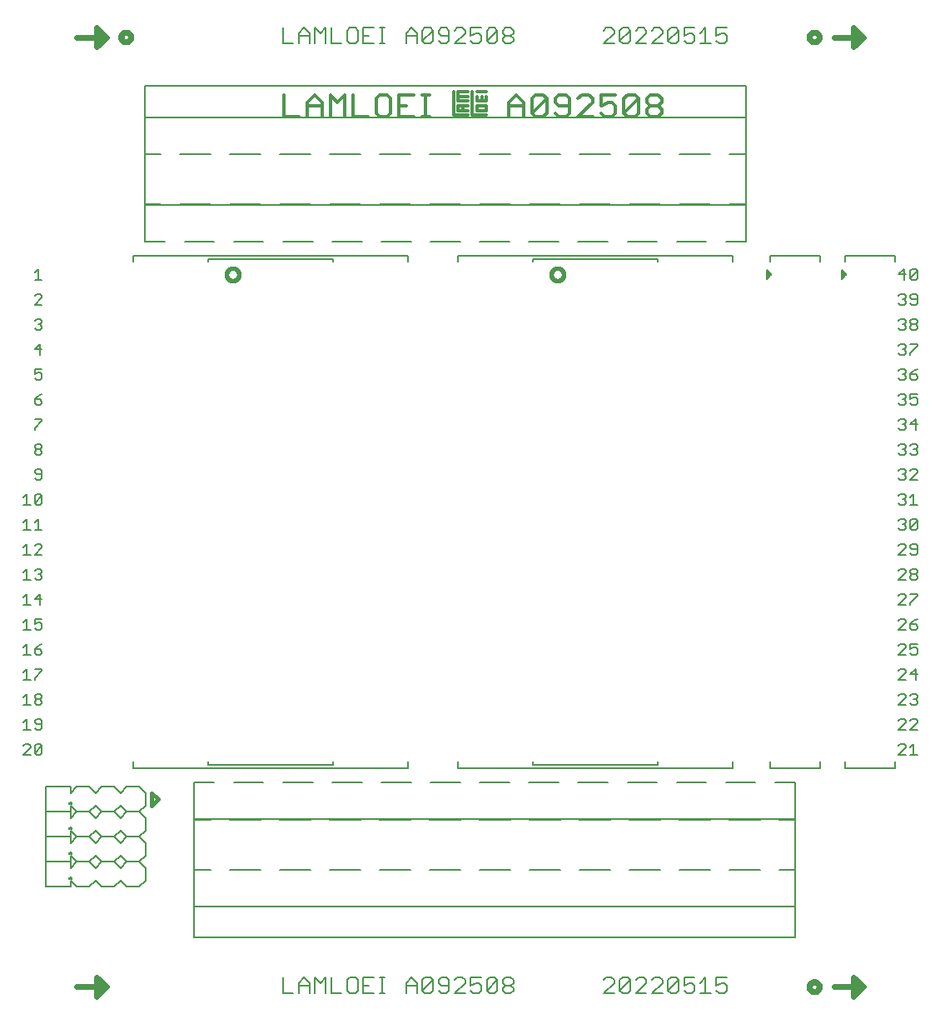
<source format=gto>
G75*
%MOIN*%
%OFA0B0*%
%FSLAX25Y25*%
%IPPOS*%
%LPD*%
%AMOC8*
5,1,8,0,0,1.08239X$1,22.5*
%
%ADD10C,0.01200*%
%ADD11C,0.00600*%
%ADD12C,0.00700*%
%ADD13C,0.02400*%
%ADD14C,0.01600*%
%ADD15C,0.00500*%
%ADD16C,0.00787*%
%ADD17C,0.00800*%
D10*
X0108725Y0356750D02*
X0114596Y0356750D01*
X0117932Y0356750D02*
X0117932Y0362622D01*
X0120868Y0365558D01*
X0123804Y0362622D01*
X0123804Y0356750D01*
X0127140Y0356750D02*
X0127140Y0365558D01*
X0130076Y0362622D01*
X0133012Y0365558D01*
X0133012Y0356750D01*
X0136348Y0356750D02*
X0142220Y0356750D01*
X0145556Y0358218D02*
X0147024Y0356750D01*
X0149960Y0356750D01*
X0151428Y0358218D01*
X0151428Y0364090D01*
X0149960Y0365558D01*
X0147024Y0365558D01*
X0145556Y0364090D01*
X0145556Y0358218D01*
X0136348Y0356750D02*
X0136348Y0365558D01*
X0123804Y0361154D02*
X0117932Y0361154D01*
X0108725Y0365558D02*
X0108725Y0356750D01*
X0154764Y0356750D02*
X0160636Y0356750D01*
X0163972Y0356750D02*
X0166908Y0356750D01*
X0165440Y0356750D02*
X0165440Y0365558D01*
X0163972Y0365558D02*
X0166908Y0365558D01*
X0160636Y0365558D02*
X0154764Y0365558D01*
X0154764Y0356750D01*
X0154764Y0361154D02*
X0157700Y0361154D01*
X0176562Y0357400D02*
X0182187Y0357400D01*
X0184062Y0357400D02*
X0189687Y0357400D01*
X0189687Y0359275D02*
X0185937Y0359275D01*
X0185937Y0361150D01*
X0189687Y0361150D01*
X0189687Y0359275D01*
X0189687Y0363025D02*
X0185937Y0363025D01*
X0185937Y0364900D01*
X0187812Y0364900D02*
X0187812Y0363650D01*
X0189687Y0363025D02*
X0189687Y0364900D01*
X0189687Y0366775D02*
X0185937Y0366775D01*
X0184062Y0366775D02*
X0184062Y0357400D01*
X0182187Y0359275D02*
X0180312Y0359275D01*
X0180312Y0361150D01*
X0182187Y0361150D01*
X0180312Y0361150D02*
X0178437Y0361150D01*
X0178437Y0359275D01*
X0180312Y0359275D01*
X0176562Y0357400D02*
X0176562Y0366775D01*
X0178437Y0366775D02*
X0182187Y0366775D01*
X0182187Y0364900D02*
X0178437Y0364900D01*
X0178437Y0366775D01*
X0178437Y0364900D02*
X0178437Y0363025D01*
X0182187Y0363025D01*
X0198725Y0362622D02*
X0198725Y0356750D01*
X0198725Y0361154D02*
X0204596Y0361154D01*
X0204596Y0362622D02*
X0204596Y0356750D01*
X0207932Y0358218D02*
X0213804Y0364090D01*
X0213804Y0358218D01*
X0212336Y0356750D01*
X0209400Y0356750D01*
X0207932Y0358218D01*
X0207932Y0364090D01*
X0209400Y0365558D01*
X0212336Y0365558D01*
X0213804Y0364090D01*
X0217140Y0364090D02*
X0218608Y0365558D01*
X0221544Y0365558D01*
X0223012Y0364090D01*
X0223012Y0358218D01*
X0221544Y0356750D01*
X0218608Y0356750D01*
X0217140Y0358218D01*
X0218608Y0361154D02*
X0223012Y0361154D01*
X0218608Y0361154D02*
X0217140Y0362622D01*
X0217140Y0364090D01*
X0226348Y0364090D02*
X0227816Y0365558D01*
X0230752Y0365558D01*
X0232220Y0364090D01*
X0232220Y0362622D01*
X0226348Y0356750D01*
X0232220Y0356750D01*
X0235556Y0358218D02*
X0237024Y0356750D01*
X0239960Y0356750D01*
X0241428Y0358218D01*
X0241428Y0361154D01*
X0239960Y0362622D01*
X0238492Y0362622D01*
X0235556Y0361154D01*
X0235556Y0365558D01*
X0241428Y0365558D01*
X0244764Y0364090D02*
X0246232Y0365558D01*
X0249168Y0365558D01*
X0250636Y0364090D01*
X0244764Y0358218D01*
X0246232Y0356750D01*
X0249168Y0356750D01*
X0250636Y0358218D01*
X0250636Y0364090D01*
X0253972Y0364090D02*
X0255440Y0365558D01*
X0258375Y0365558D01*
X0259843Y0364090D01*
X0259843Y0362622D01*
X0258375Y0361154D01*
X0255440Y0361154D01*
X0253972Y0362622D01*
X0253972Y0364090D01*
X0255440Y0361154D02*
X0253972Y0359686D01*
X0253972Y0358218D01*
X0255440Y0356750D01*
X0258375Y0356750D01*
X0259843Y0358218D01*
X0259843Y0359686D01*
X0258375Y0361154D01*
X0244764Y0358218D02*
X0244764Y0364090D01*
X0204596Y0362622D02*
X0201660Y0365558D01*
X0198725Y0362622D01*
D11*
X0354675Y0293652D02*
X0357610Y0293652D01*
X0359278Y0292184D02*
X0362214Y0295120D01*
X0362214Y0292184D01*
X0361480Y0291450D01*
X0360012Y0291450D01*
X0359278Y0292184D01*
X0359278Y0295120D01*
X0360012Y0295854D01*
X0361480Y0295854D01*
X0362214Y0295120D01*
X0356876Y0295854D02*
X0356876Y0291450D01*
X0354675Y0293652D02*
X0356876Y0295854D01*
X0356876Y0285854D02*
X0357610Y0285120D01*
X0357610Y0284386D01*
X0356876Y0283652D01*
X0357610Y0282918D01*
X0357610Y0282184D01*
X0356876Y0281450D01*
X0355408Y0281450D01*
X0354675Y0282184D01*
X0356142Y0283652D02*
X0356876Y0283652D01*
X0356876Y0285854D02*
X0355408Y0285854D01*
X0354675Y0285120D01*
X0359278Y0285120D02*
X0359278Y0284386D01*
X0360012Y0283652D01*
X0362214Y0283652D01*
X0362214Y0282184D02*
X0362214Y0285120D01*
X0361480Y0285854D01*
X0360012Y0285854D01*
X0359278Y0285120D01*
X0359278Y0282184D02*
X0360012Y0281450D01*
X0361480Y0281450D01*
X0362214Y0282184D01*
X0361480Y0275854D02*
X0362214Y0275120D01*
X0362214Y0274386D01*
X0361480Y0273652D01*
X0360012Y0273652D01*
X0359278Y0274386D01*
X0359278Y0275120D01*
X0360012Y0275854D01*
X0361480Y0275854D01*
X0361480Y0273652D02*
X0362214Y0272918D01*
X0362214Y0272184D01*
X0361480Y0271450D01*
X0360012Y0271450D01*
X0359278Y0272184D01*
X0359278Y0272918D01*
X0360012Y0273652D01*
X0357610Y0272918D02*
X0357610Y0272184D01*
X0356876Y0271450D01*
X0355408Y0271450D01*
X0354675Y0272184D01*
X0356142Y0273652D02*
X0356876Y0273652D01*
X0357610Y0272918D01*
X0356876Y0273652D02*
X0357610Y0274386D01*
X0357610Y0275120D01*
X0356876Y0275854D01*
X0355408Y0275854D01*
X0354675Y0275120D01*
X0355408Y0265854D02*
X0354675Y0265120D01*
X0355408Y0265854D02*
X0356876Y0265854D01*
X0357610Y0265120D01*
X0357610Y0264386D01*
X0356876Y0263652D01*
X0357610Y0262918D01*
X0357610Y0262184D01*
X0356876Y0261450D01*
X0355408Y0261450D01*
X0354675Y0262184D01*
X0356142Y0263652D02*
X0356876Y0263652D01*
X0359278Y0262184D02*
X0359278Y0261450D01*
X0359278Y0262184D02*
X0362214Y0265120D01*
X0362214Y0265854D01*
X0359278Y0265854D01*
X0356876Y0255854D02*
X0357610Y0255120D01*
X0357610Y0254386D01*
X0356876Y0253652D01*
X0357610Y0252918D01*
X0357610Y0252184D01*
X0356876Y0251450D01*
X0355408Y0251450D01*
X0354675Y0252184D01*
X0356142Y0253652D02*
X0356876Y0253652D01*
X0356876Y0255854D02*
X0355408Y0255854D01*
X0354675Y0255120D01*
X0359278Y0253652D02*
X0361480Y0253652D01*
X0362214Y0252918D01*
X0362214Y0252184D01*
X0361480Y0251450D01*
X0360012Y0251450D01*
X0359278Y0252184D01*
X0359278Y0253652D01*
X0360746Y0255120D01*
X0362214Y0255854D01*
X0362214Y0245854D02*
X0359278Y0245854D01*
X0359278Y0243652D01*
X0360746Y0244386D01*
X0361480Y0244386D01*
X0362214Y0243652D01*
X0362214Y0242184D01*
X0361480Y0241450D01*
X0360012Y0241450D01*
X0359278Y0242184D01*
X0357610Y0242184D02*
X0357610Y0242918D01*
X0356876Y0243652D01*
X0356142Y0243652D01*
X0356876Y0243652D02*
X0357610Y0244386D01*
X0357610Y0245120D01*
X0356876Y0245854D01*
X0355408Y0245854D01*
X0354675Y0245120D01*
X0354675Y0242184D02*
X0355408Y0241450D01*
X0356876Y0241450D01*
X0357610Y0242184D01*
X0356876Y0235854D02*
X0357610Y0235120D01*
X0357610Y0234386D01*
X0356876Y0233652D01*
X0357610Y0232918D01*
X0357610Y0232184D01*
X0356876Y0231450D01*
X0355408Y0231450D01*
X0354675Y0232184D01*
X0356142Y0233652D02*
X0356876Y0233652D01*
X0356876Y0235854D02*
X0355408Y0235854D01*
X0354675Y0235120D01*
X0359278Y0233652D02*
X0362214Y0233652D01*
X0361480Y0231450D02*
X0361480Y0235854D01*
X0359278Y0233652D01*
X0360012Y0225854D02*
X0361480Y0225854D01*
X0362214Y0225120D01*
X0362214Y0224386D01*
X0361480Y0223652D01*
X0362214Y0222918D01*
X0362214Y0222184D01*
X0361480Y0221450D01*
X0360012Y0221450D01*
X0359278Y0222184D01*
X0357610Y0222184D02*
X0357610Y0222918D01*
X0356876Y0223652D01*
X0356142Y0223652D01*
X0356876Y0223652D02*
X0357610Y0224386D01*
X0357610Y0225120D01*
X0356876Y0225854D01*
X0355408Y0225854D01*
X0354675Y0225120D01*
X0354675Y0222184D02*
X0355408Y0221450D01*
X0356876Y0221450D01*
X0357610Y0222184D01*
X0359278Y0225120D02*
X0360012Y0225854D01*
X0360746Y0223652D02*
X0361480Y0223652D01*
X0361480Y0215854D02*
X0360012Y0215854D01*
X0359278Y0215120D01*
X0357610Y0215120D02*
X0357610Y0214386D01*
X0356876Y0213652D01*
X0357610Y0212918D01*
X0357610Y0212184D01*
X0356876Y0211450D01*
X0355408Y0211450D01*
X0354675Y0212184D01*
X0356142Y0213652D02*
X0356876Y0213652D01*
X0357610Y0215120D02*
X0356876Y0215854D01*
X0355408Y0215854D01*
X0354675Y0215120D01*
X0359278Y0211450D02*
X0362214Y0214386D01*
X0362214Y0215120D01*
X0361480Y0215854D01*
X0362214Y0211450D02*
X0359278Y0211450D01*
X0360746Y0205854D02*
X0360746Y0201450D01*
X0359278Y0201450D02*
X0362214Y0201450D01*
X0359278Y0204386D02*
X0360746Y0205854D01*
X0357610Y0205120D02*
X0357610Y0204386D01*
X0356876Y0203652D01*
X0357610Y0202918D01*
X0357610Y0202184D01*
X0356876Y0201450D01*
X0355408Y0201450D01*
X0354675Y0202184D01*
X0356142Y0203652D02*
X0356876Y0203652D01*
X0357610Y0205120D02*
X0356876Y0205854D01*
X0355408Y0205854D01*
X0354675Y0205120D01*
X0355408Y0195854D02*
X0354675Y0195120D01*
X0355408Y0195854D02*
X0356876Y0195854D01*
X0357610Y0195120D01*
X0357610Y0194386D01*
X0356876Y0193652D01*
X0357610Y0192918D01*
X0357610Y0192184D01*
X0356876Y0191450D01*
X0355408Y0191450D01*
X0354675Y0192184D01*
X0356142Y0193652D02*
X0356876Y0193652D01*
X0359278Y0192184D02*
X0362214Y0195120D01*
X0362214Y0192184D01*
X0361480Y0191450D01*
X0360012Y0191450D01*
X0359278Y0192184D01*
X0359278Y0195120D01*
X0360012Y0195854D01*
X0361480Y0195854D01*
X0362214Y0195120D01*
X0361480Y0185854D02*
X0360012Y0185854D01*
X0359278Y0185120D01*
X0359278Y0184386D01*
X0360012Y0183652D01*
X0362214Y0183652D01*
X0362214Y0182184D02*
X0362214Y0185120D01*
X0361480Y0185854D01*
X0362214Y0182184D02*
X0361480Y0181450D01*
X0360012Y0181450D01*
X0359278Y0182184D01*
X0357610Y0181450D02*
X0354675Y0181450D01*
X0357610Y0184386D01*
X0357610Y0185120D01*
X0356876Y0185854D01*
X0355408Y0185854D01*
X0354675Y0185120D01*
X0355408Y0175854D02*
X0354675Y0175120D01*
X0355408Y0175854D02*
X0356876Y0175854D01*
X0357610Y0175120D01*
X0357610Y0174386D01*
X0354675Y0171450D01*
X0357610Y0171450D01*
X0359278Y0172184D02*
X0359278Y0172918D01*
X0360012Y0173652D01*
X0361480Y0173652D01*
X0362214Y0172918D01*
X0362214Y0172184D01*
X0361480Y0171450D01*
X0360012Y0171450D01*
X0359278Y0172184D01*
X0360012Y0173652D02*
X0359278Y0174386D01*
X0359278Y0175120D01*
X0360012Y0175854D01*
X0361480Y0175854D01*
X0362214Y0175120D01*
X0362214Y0174386D01*
X0361480Y0173652D01*
X0362214Y0165854D02*
X0362214Y0165120D01*
X0359278Y0162184D01*
X0359278Y0161450D01*
X0357610Y0161450D02*
X0354675Y0161450D01*
X0357610Y0164386D01*
X0357610Y0165120D01*
X0356876Y0165854D01*
X0355408Y0165854D01*
X0354675Y0165120D01*
X0359278Y0165854D02*
X0362214Y0165854D01*
X0362214Y0155854D02*
X0360746Y0155120D01*
X0359278Y0153652D01*
X0361480Y0153652D01*
X0362214Y0152918D01*
X0362214Y0152184D01*
X0361480Y0151450D01*
X0360012Y0151450D01*
X0359278Y0152184D01*
X0359278Y0153652D01*
X0357610Y0154386D02*
X0357610Y0155120D01*
X0356876Y0155854D01*
X0355408Y0155854D01*
X0354675Y0155120D01*
X0357610Y0154386D02*
X0354675Y0151450D01*
X0357610Y0151450D01*
X0356876Y0145854D02*
X0355408Y0145854D01*
X0354675Y0145120D01*
X0356876Y0145854D02*
X0357610Y0145120D01*
X0357610Y0144386D01*
X0354675Y0141450D01*
X0357610Y0141450D01*
X0359278Y0142184D02*
X0360012Y0141450D01*
X0361480Y0141450D01*
X0362214Y0142184D01*
X0362214Y0143652D01*
X0361480Y0144386D01*
X0360746Y0144386D01*
X0359278Y0143652D01*
X0359278Y0145854D01*
X0362214Y0145854D01*
X0361480Y0135854D02*
X0359278Y0133652D01*
X0362214Y0133652D01*
X0361480Y0131450D02*
X0361480Y0135854D01*
X0357610Y0135120D02*
X0357610Y0134386D01*
X0354675Y0131450D01*
X0357610Y0131450D01*
X0357610Y0135120D02*
X0356876Y0135854D01*
X0355408Y0135854D01*
X0354675Y0135120D01*
X0355408Y0125854D02*
X0354675Y0125120D01*
X0355408Y0125854D02*
X0356876Y0125854D01*
X0357610Y0125120D01*
X0357610Y0124386D01*
X0354675Y0121450D01*
X0357610Y0121450D01*
X0359278Y0122184D02*
X0360012Y0121450D01*
X0361480Y0121450D01*
X0362214Y0122184D01*
X0362214Y0122918D01*
X0361480Y0123652D01*
X0360746Y0123652D01*
X0361480Y0123652D02*
X0362214Y0124386D01*
X0362214Y0125120D01*
X0361480Y0125854D01*
X0360012Y0125854D01*
X0359278Y0125120D01*
X0360012Y0115854D02*
X0359278Y0115120D01*
X0360012Y0115854D02*
X0361480Y0115854D01*
X0362214Y0115120D01*
X0362214Y0114386D01*
X0359278Y0111450D01*
X0362214Y0111450D01*
X0357610Y0111450D02*
X0354675Y0111450D01*
X0357610Y0114386D01*
X0357610Y0115120D01*
X0356876Y0115854D01*
X0355408Y0115854D01*
X0354675Y0115120D01*
X0355408Y0105854D02*
X0354675Y0105120D01*
X0355408Y0105854D02*
X0356876Y0105854D01*
X0357610Y0105120D01*
X0357610Y0104386D01*
X0354675Y0101450D01*
X0357610Y0101450D01*
X0359278Y0101450D02*
X0362214Y0101450D01*
X0360746Y0101450D02*
X0360746Y0105854D01*
X0359278Y0104386D01*
X0011756Y0105120D02*
X0011756Y0102184D01*
X0011022Y0101450D01*
X0009555Y0101450D01*
X0008821Y0102184D01*
X0011756Y0105120D01*
X0011022Y0105854D01*
X0009555Y0105854D01*
X0008821Y0105120D01*
X0008821Y0102184D01*
X0007152Y0101450D02*
X0004217Y0101450D01*
X0007152Y0104386D01*
X0007152Y0105120D01*
X0006419Y0105854D01*
X0004951Y0105854D01*
X0004217Y0105120D01*
X0004217Y0111450D02*
X0007152Y0111450D01*
X0005685Y0111450D02*
X0005685Y0115854D01*
X0004217Y0114386D01*
X0008821Y0114386D02*
X0009555Y0113652D01*
X0011756Y0113652D01*
X0011756Y0112184D02*
X0011756Y0115120D01*
X0011022Y0115854D01*
X0009555Y0115854D01*
X0008821Y0115120D01*
X0008821Y0114386D01*
X0008821Y0112184D02*
X0009555Y0111450D01*
X0011022Y0111450D01*
X0011756Y0112184D01*
X0011022Y0121450D02*
X0009555Y0121450D01*
X0008821Y0122184D01*
X0008821Y0122918D01*
X0009555Y0123652D01*
X0011022Y0123652D01*
X0011756Y0122918D01*
X0011756Y0122184D01*
X0011022Y0121450D01*
X0011022Y0123652D02*
X0011756Y0124386D01*
X0011756Y0125120D01*
X0011022Y0125854D01*
X0009555Y0125854D01*
X0008821Y0125120D01*
X0008821Y0124386D01*
X0009555Y0123652D01*
X0007152Y0121450D02*
X0004217Y0121450D01*
X0005685Y0121450D02*
X0005685Y0125854D01*
X0004217Y0124386D01*
X0004217Y0131450D02*
X0007152Y0131450D01*
X0005685Y0131450D02*
X0005685Y0135854D01*
X0004217Y0134386D01*
X0008821Y0135854D02*
X0011756Y0135854D01*
X0011756Y0135120D01*
X0008821Y0132184D01*
X0008821Y0131450D01*
X0009555Y0141450D02*
X0011022Y0141450D01*
X0011756Y0142184D01*
X0011756Y0142918D01*
X0011022Y0143652D01*
X0008821Y0143652D01*
X0008821Y0142184D01*
X0009555Y0141450D01*
X0008821Y0143652D02*
X0010288Y0145120D01*
X0011756Y0145854D01*
X0011022Y0151450D02*
X0009555Y0151450D01*
X0008821Y0152184D01*
X0008821Y0153652D02*
X0010288Y0154386D01*
X0011022Y0154386D01*
X0011756Y0153652D01*
X0011756Y0152184D01*
X0011022Y0151450D01*
X0008821Y0153652D02*
X0008821Y0155854D01*
X0011756Y0155854D01*
X0011022Y0161450D02*
X0011022Y0165854D01*
X0008821Y0163652D01*
X0011756Y0163652D01*
X0007152Y0161450D02*
X0004217Y0161450D01*
X0005685Y0161450D02*
X0005685Y0165854D01*
X0004217Y0164386D01*
X0004217Y0171450D02*
X0007152Y0171450D01*
X0005685Y0171450D02*
X0005685Y0175854D01*
X0004217Y0174386D01*
X0008821Y0175120D02*
X0009555Y0175854D01*
X0011022Y0175854D01*
X0011756Y0175120D01*
X0011756Y0174386D01*
X0011022Y0173652D01*
X0011756Y0172918D01*
X0011756Y0172184D01*
X0011022Y0171450D01*
X0009555Y0171450D01*
X0008821Y0172184D01*
X0010288Y0173652D02*
X0011022Y0173652D01*
X0011756Y0181450D02*
X0008821Y0181450D01*
X0011756Y0184386D01*
X0011756Y0185120D01*
X0011022Y0185854D01*
X0009555Y0185854D01*
X0008821Y0185120D01*
X0005685Y0185854D02*
X0005685Y0181450D01*
X0007152Y0181450D02*
X0004217Y0181450D01*
X0004217Y0184386D02*
X0005685Y0185854D01*
X0005685Y0191450D02*
X0005685Y0195854D01*
X0004217Y0194386D01*
X0004217Y0191450D02*
X0007152Y0191450D01*
X0008821Y0191450D02*
X0011756Y0191450D01*
X0010288Y0191450D02*
X0010288Y0195854D01*
X0008821Y0194386D01*
X0009555Y0201450D02*
X0008821Y0202184D01*
X0011756Y0205120D01*
X0011756Y0202184D01*
X0011022Y0201450D01*
X0009555Y0201450D01*
X0008821Y0202184D02*
X0008821Y0205120D01*
X0009555Y0205854D01*
X0011022Y0205854D01*
X0011756Y0205120D01*
X0007152Y0201450D02*
X0004217Y0201450D01*
X0005685Y0201450D02*
X0005685Y0205854D01*
X0004217Y0204386D01*
X0009555Y0211450D02*
X0011022Y0211450D01*
X0011756Y0212184D01*
X0011756Y0215120D01*
X0011022Y0215854D01*
X0009555Y0215854D01*
X0008821Y0215120D01*
X0008821Y0214386D01*
X0009555Y0213652D01*
X0011756Y0213652D01*
X0009555Y0211450D02*
X0008821Y0212184D01*
X0009555Y0221450D02*
X0008821Y0222184D01*
X0008821Y0222918D01*
X0009555Y0223652D01*
X0011022Y0223652D01*
X0011756Y0222918D01*
X0011756Y0222184D01*
X0011022Y0221450D01*
X0009555Y0221450D01*
X0009555Y0223652D02*
X0008821Y0224386D01*
X0008821Y0225120D01*
X0009555Y0225854D01*
X0011022Y0225854D01*
X0011756Y0225120D01*
X0011756Y0224386D01*
X0011022Y0223652D01*
X0008821Y0231450D02*
X0008821Y0232184D01*
X0011756Y0235120D01*
X0011756Y0235854D01*
X0008821Y0235854D01*
X0009555Y0241450D02*
X0011022Y0241450D01*
X0011756Y0242184D01*
X0011756Y0242918D01*
X0011022Y0243652D01*
X0008821Y0243652D01*
X0008821Y0242184D01*
X0009555Y0241450D01*
X0008821Y0243652D02*
X0010289Y0245120D01*
X0011756Y0245854D01*
X0011022Y0251450D02*
X0009555Y0251450D01*
X0008821Y0252184D01*
X0008821Y0253652D02*
X0010289Y0254386D01*
X0011022Y0254386D01*
X0011756Y0253652D01*
X0011756Y0252184D01*
X0011022Y0251450D01*
X0008821Y0253652D02*
X0008821Y0255854D01*
X0011756Y0255854D01*
X0011022Y0261450D02*
X0011022Y0265854D01*
X0008821Y0263652D01*
X0011756Y0263652D01*
X0011022Y0271450D02*
X0009555Y0271450D01*
X0008821Y0272184D01*
X0010289Y0273652D02*
X0011022Y0273652D01*
X0011756Y0272918D01*
X0011756Y0272184D01*
X0011022Y0271450D01*
X0011022Y0273652D02*
X0011756Y0274386D01*
X0011756Y0275120D01*
X0011022Y0275854D01*
X0009555Y0275854D01*
X0008821Y0275120D01*
X0008821Y0281450D02*
X0011756Y0284386D01*
X0011756Y0285120D01*
X0011022Y0285854D01*
X0009555Y0285854D01*
X0008821Y0285120D01*
X0008821Y0281450D02*
X0011756Y0281450D01*
X0011756Y0291450D02*
X0008821Y0291450D01*
X0010289Y0291450D02*
X0010289Y0295854D01*
X0008821Y0294386D01*
X0005685Y0155854D02*
X0005685Y0151450D01*
X0007152Y0151450D02*
X0004217Y0151450D01*
X0004217Y0154386D02*
X0005685Y0155854D01*
X0005685Y0145854D02*
X0005685Y0141450D01*
X0007152Y0141450D02*
X0004217Y0141450D01*
X0004217Y0144386D02*
X0005685Y0145854D01*
D12*
X0108199Y0012392D02*
X0108199Y0006087D01*
X0112403Y0006087D01*
X0114644Y0006087D02*
X0114644Y0010291D01*
X0116746Y0012392D01*
X0118848Y0010291D01*
X0118848Y0006087D01*
X0121090Y0006087D02*
X0121090Y0012392D01*
X0123192Y0010291D01*
X0125294Y0012392D01*
X0125294Y0006087D01*
X0127535Y0006087D02*
X0131739Y0006087D01*
X0133981Y0007138D02*
X0133981Y0011341D01*
X0135032Y0012392D01*
X0137134Y0012392D01*
X0138185Y0011341D01*
X0138185Y0007138D01*
X0137134Y0006087D01*
X0135032Y0006087D01*
X0133981Y0007138D01*
X0140426Y0006087D02*
X0140426Y0012392D01*
X0144630Y0012392D01*
X0146872Y0012392D02*
X0148974Y0012392D01*
X0147923Y0012392D02*
X0147923Y0006087D01*
X0146872Y0006087D02*
X0148974Y0006087D01*
X0144630Y0006087D02*
X0140426Y0006087D01*
X0140426Y0009240D02*
X0142528Y0009240D01*
X0127535Y0012392D02*
X0127535Y0006087D01*
X0118848Y0009240D02*
X0114644Y0009240D01*
X0157614Y0009240D02*
X0161818Y0009240D01*
X0161818Y0010291D02*
X0161818Y0006087D01*
X0164060Y0007138D02*
X0168263Y0011341D01*
X0168263Y0007138D01*
X0167213Y0006087D01*
X0165111Y0006087D01*
X0164060Y0007138D01*
X0164060Y0011341D01*
X0165111Y0012392D01*
X0167213Y0012392D01*
X0168263Y0011341D01*
X0170505Y0011341D02*
X0171556Y0012392D01*
X0173658Y0012392D01*
X0174709Y0011341D01*
X0174709Y0007138D01*
X0173658Y0006087D01*
X0171556Y0006087D01*
X0170505Y0007138D01*
X0171556Y0009240D02*
X0174709Y0009240D01*
X0176951Y0011341D02*
X0178002Y0012392D01*
X0180104Y0012392D01*
X0181154Y0011341D01*
X0181154Y0010291D01*
X0176951Y0006087D01*
X0181154Y0006087D01*
X0183396Y0007138D02*
X0184447Y0006087D01*
X0186549Y0006087D01*
X0187600Y0007138D01*
X0187600Y0009240D01*
X0186549Y0010291D01*
X0185498Y0010291D01*
X0183396Y0009240D01*
X0183396Y0012392D01*
X0187600Y0012392D01*
X0189842Y0011341D02*
X0190893Y0012392D01*
X0192995Y0012392D01*
X0194045Y0011341D01*
X0189842Y0007138D01*
X0190893Y0006087D01*
X0192995Y0006087D01*
X0194045Y0007138D01*
X0194045Y0011341D01*
X0196287Y0011341D02*
X0197338Y0012392D01*
X0199440Y0012392D01*
X0200491Y0011341D01*
X0200491Y0010291D01*
X0199440Y0009240D01*
X0197338Y0009240D01*
X0196287Y0010291D01*
X0196287Y0011341D01*
X0197338Y0009240D02*
X0196287Y0008189D01*
X0196287Y0007138D01*
X0197338Y0006087D01*
X0199440Y0006087D01*
X0200491Y0007138D01*
X0200491Y0008189D01*
X0199440Y0009240D01*
X0189842Y0007138D02*
X0189842Y0011341D01*
X0171556Y0009240D02*
X0170505Y0010291D01*
X0170505Y0011341D01*
X0161818Y0010291D02*
X0159716Y0012392D01*
X0157614Y0010291D01*
X0157614Y0006087D01*
X0236624Y0006087D02*
X0240828Y0010291D01*
X0240828Y0011341D01*
X0239777Y0012392D01*
X0237675Y0012392D01*
X0236624Y0011341D01*
X0236624Y0006087D02*
X0240828Y0006087D01*
X0243070Y0007138D02*
X0243070Y0011341D01*
X0244121Y0012392D01*
X0246222Y0012392D01*
X0247273Y0011341D01*
X0243070Y0007138D01*
X0244121Y0006087D01*
X0246222Y0006087D01*
X0247273Y0007138D01*
X0247273Y0011341D01*
X0249515Y0011341D02*
X0250566Y0012392D01*
X0252668Y0012392D01*
X0253719Y0011341D01*
X0253719Y0010291D01*
X0249515Y0006087D01*
X0253719Y0006087D01*
X0255961Y0006087D02*
X0260164Y0010291D01*
X0260164Y0011341D01*
X0259113Y0012392D01*
X0257012Y0012392D01*
X0255961Y0011341D01*
X0255961Y0006087D02*
X0260164Y0006087D01*
X0262406Y0007138D02*
X0266610Y0011341D01*
X0266610Y0007138D01*
X0265559Y0006087D01*
X0263457Y0006087D01*
X0262406Y0007138D01*
X0262406Y0011341D01*
X0263457Y0012392D01*
X0265559Y0012392D01*
X0266610Y0011341D01*
X0268852Y0012392D02*
X0268852Y0009240D01*
X0270953Y0010291D01*
X0272004Y0010291D01*
X0273055Y0009240D01*
X0273055Y0007138D01*
X0272004Y0006087D01*
X0269903Y0006087D01*
X0268852Y0007138D01*
X0268852Y0012392D02*
X0273055Y0012392D01*
X0275297Y0010291D02*
X0277399Y0012392D01*
X0277399Y0006087D01*
X0275297Y0006087D02*
X0279501Y0006087D01*
X0281743Y0007138D02*
X0282794Y0006087D01*
X0284895Y0006087D01*
X0285946Y0007138D01*
X0285946Y0009240D01*
X0284895Y0010291D01*
X0283844Y0010291D01*
X0281743Y0009240D01*
X0281743Y0012392D01*
X0285946Y0012392D01*
X0284895Y0386008D02*
X0282794Y0386008D01*
X0281743Y0387059D01*
X0281743Y0389161D02*
X0283844Y0390212D01*
X0284895Y0390212D01*
X0285946Y0389161D01*
X0285946Y0387059D01*
X0284895Y0386008D01*
X0281743Y0389161D02*
X0281743Y0392314D01*
X0285946Y0392314D01*
X0279501Y0386008D02*
X0275297Y0386008D01*
X0277399Y0386008D02*
X0277399Y0392314D01*
X0275297Y0390212D01*
X0273055Y0389161D02*
X0273055Y0387059D01*
X0272004Y0386008D01*
X0269903Y0386008D01*
X0268852Y0387059D01*
X0268852Y0389161D02*
X0270953Y0390212D01*
X0272004Y0390212D01*
X0273055Y0389161D01*
X0273055Y0392314D02*
X0268852Y0392314D01*
X0268852Y0389161D01*
X0266610Y0391263D02*
X0262406Y0387059D01*
X0263457Y0386008D01*
X0265559Y0386008D01*
X0266610Y0387059D01*
X0266610Y0391263D01*
X0265559Y0392314D01*
X0263457Y0392314D01*
X0262406Y0391263D01*
X0262406Y0387059D01*
X0260164Y0386008D02*
X0255961Y0386008D01*
X0260164Y0390212D01*
X0260164Y0391263D01*
X0259113Y0392314D01*
X0257012Y0392314D01*
X0255961Y0391263D01*
X0253719Y0391263D02*
X0252668Y0392314D01*
X0250566Y0392314D01*
X0249515Y0391263D01*
X0247273Y0391263D02*
X0247273Y0387059D01*
X0246222Y0386008D01*
X0244121Y0386008D01*
X0243070Y0387059D01*
X0247273Y0391263D01*
X0246222Y0392314D01*
X0244121Y0392314D01*
X0243070Y0391263D01*
X0243070Y0387059D01*
X0240828Y0386008D02*
X0236624Y0386008D01*
X0240828Y0390212D01*
X0240828Y0391263D01*
X0239777Y0392314D01*
X0237675Y0392314D01*
X0236624Y0391263D01*
X0249515Y0386008D02*
X0253719Y0390212D01*
X0253719Y0391263D01*
X0253719Y0386008D02*
X0249515Y0386008D01*
X0200491Y0387059D02*
X0199440Y0386008D01*
X0197338Y0386008D01*
X0196287Y0387059D01*
X0196287Y0388110D01*
X0197338Y0389161D01*
X0199440Y0389161D01*
X0200491Y0388110D01*
X0200491Y0387059D01*
X0199440Y0389161D02*
X0200491Y0390212D01*
X0200491Y0391263D01*
X0199440Y0392314D01*
X0197338Y0392314D01*
X0196287Y0391263D01*
X0196287Y0390212D01*
X0197338Y0389161D01*
X0194045Y0391263D02*
X0189842Y0387059D01*
X0190893Y0386008D01*
X0192995Y0386008D01*
X0194045Y0387059D01*
X0194045Y0391263D01*
X0192995Y0392314D01*
X0190893Y0392314D01*
X0189842Y0391263D01*
X0189842Y0387059D01*
X0187600Y0387059D02*
X0186549Y0386008D01*
X0184447Y0386008D01*
X0183396Y0387059D01*
X0183396Y0389161D02*
X0185498Y0390212D01*
X0186549Y0390212D01*
X0187600Y0389161D01*
X0187600Y0387059D01*
X0183396Y0389161D02*
X0183396Y0392314D01*
X0187600Y0392314D01*
X0181154Y0391263D02*
X0180104Y0392314D01*
X0178002Y0392314D01*
X0176951Y0391263D01*
X0174709Y0391263D02*
X0174709Y0387059D01*
X0173658Y0386008D01*
X0171556Y0386008D01*
X0170505Y0387059D01*
X0168263Y0387059D02*
X0168263Y0391263D01*
X0164060Y0387059D01*
X0165111Y0386008D01*
X0167213Y0386008D01*
X0168263Y0387059D01*
X0170505Y0390212D02*
X0171556Y0389161D01*
X0174709Y0389161D01*
X0174709Y0391263D02*
X0173658Y0392314D01*
X0171556Y0392314D01*
X0170505Y0391263D01*
X0170505Y0390212D01*
X0168263Y0391263D02*
X0167213Y0392314D01*
X0165111Y0392314D01*
X0164060Y0391263D01*
X0164060Y0387059D01*
X0161818Y0386008D02*
X0161818Y0390212D01*
X0159716Y0392314D01*
X0157614Y0390212D01*
X0157614Y0386008D01*
X0157614Y0389161D02*
X0161818Y0389161D01*
X0148974Y0392314D02*
X0146872Y0392314D01*
X0147923Y0392314D02*
X0147923Y0386008D01*
X0146872Y0386008D02*
X0148974Y0386008D01*
X0144630Y0386008D02*
X0140426Y0386008D01*
X0140426Y0392314D01*
X0144630Y0392314D01*
X0142528Y0389161D02*
X0140426Y0389161D01*
X0138185Y0391263D02*
X0137134Y0392314D01*
X0135032Y0392314D01*
X0133981Y0391263D01*
X0133981Y0387059D01*
X0135032Y0386008D01*
X0137134Y0386008D01*
X0138185Y0387059D01*
X0138185Y0391263D01*
X0131739Y0386008D02*
X0127535Y0386008D01*
X0127535Y0392314D01*
X0125294Y0392314D02*
X0125294Y0386008D01*
X0121090Y0386008D02*
X0121090Y0392314D01*
X0123192Y0390212D01*
X0125294Y0392314D01*
X0118848Y0390212D02*
X0118848Y0386008D01*
X0118848Y0389161D02*
X0114644Y0389161D01*
X0114644Y0390212D02*
X0114644Y0386008D01*
X0112403Y0386008D02*
X0108199Y0386008D01*
X0108199Y0392314D01*
X0114644Y0390212D02*
X0116746Y0392314D01*
X0118848Y0390212D01*
X0176951Y0386008D02*
X0181154Y0390212D01*
X0181154Y0391263D01*
X0181154Y0386008D02*
X0176951Y0386008D01*
D13*
X0037455Y0008690D02*
X0025644Y0008690D01*
X0033518Y0012627D02*
X0033518Y0004753D01*
X0037455Y0008690D01*
X0033518Y0012627D01*
X0318951Y0008690D02*
X0318953Y0008778D01*
X0318959Y0008866D01*
X0318969Y0008954D01*
X0318983Y0009042D01*
X0319000Y0009128D01*
X0319022Y0009214D01*
X0319047Y0009298D01*
X0319077Y0009382D01*
X0319109Y0009464D01*
X0319146Y0009544D01*
X0319186Y0009623D01*
X0319230Y0009700D01*
X0319277Y0009775D01*
X0319327Y0009847D01*
X0319381Y0009918D01*
X0319437Y0009985D01*
X0319497Y0010051D01*
X0319559Y0010113D01*
X0319625Y0010173D01*
X0319692Y0010229D01*
X0319763Y0010283D01*
X0319835Y0010333D01*
X0319910Y0010380D01*
X0319987Y0010424D01*
X0320066Y0010464D01*
X0320146Y0010501D01*
X0320228Y0010533D01*
X0320312Y0010563D01*
X0320396Y0010588D01*
X0320482Y0010610D01*
X0320568Y0010627D01*
X0320656Y0010641D01*
X0320744Y0010651D01*
X0320832Y0010657D01*
X0320920Y0010659D01*
X0321008Y0010657D01*
X0321096Y0010651D01*
X0321184Y0010641D01*
X0321272Y0010627D01*
X0321358Y0010610D01*
X0321444Y0010588D01*
X0321528Y0010563D01*
X0321612Y0010533D01*
X0321694Y0010501D01*
X0321774Y0010464D01*
X0321853Y0010424D01*
X0321930Y0010380D01*
X0322005Y0010333D01*
X0322077Y0010283D01*
X0322148Y0010229D01*
X0322215Y0010173D01*
X0322281Y0010113D01*
X0322343Y0010051D01*
X0322403Y0009985D01*
X0322459Y0009918D01*
X0322513Y0009847D01*
X0322563Y0009775D01*
X0322610Y0009700D01*
X0322654Y0009623D01*
X0322694Y0009544D01*
X0322731Y0009464D01*
X0322763Y0009382D01*
X0322793Y0009298D01*
X0322818Y0009214D01*
X0322840Y0009128D01*
X0322857Y0009042D01*
X0322871Y0008954D01*
X0322881Y0008866D01*
X0322887Y0008778D01*
X0322889Y0008690D01*
X0322887Y0008602D01*
X0322881Y0008514D01*
X0322871Y0008426D01*
X0322857Y0008338D01*
X0322840Y0008252D01*
X0322818Y0008166D01*
X0322793Y0008082D01*
X0322763Y0007998D01*
X0322731Y0007916D01*
X0322694Y0007836D01*
X0322654Y0007757D01*
X0322610Y0007680D01*
X0322563Y0007605D01*
X0322513Y0007533D01*
X0322459Y0007462D01*
X0322403Y0007395D01*
X0322343Y0007329D01*
X0322281Y0007267D01*
X0322215Y0007207D01*
X0322148Y0007151D01*
X0322077Y0007097D01*
X0322005Y0007047D01*
X0321930Y0007000D01*
X0321853Y0006956D01*
X0321774Y0006916D01*
X0321694Y0006879D01*
X0321612Y0006847D01*
X0321528Y0006817D01*
X0321444Y0006792D01*
X0321358Y0006770D01*
X0321272Y0006753D01*
X0321184Y0006739D01*
X0321096Y0006729D01*
X0321008Y0006723D01*
X0320920Y0006721D01*
X0320832Y0006723D01*
X0320744Y0006729D01*
X0320656Y0006739D01*
X0320568Y0006753D01*
X0320482Y0006770D01*
X0320396Y0006792D01*
X0320312Y0006817D01*
X0320228Y0006847D01*
X0320146Y0006879D01*
X0320066Y0006916D01*
X0319987Y0006956D01*
X0319910Y0007000D01*
X0319835Y0007047D01*
X0319763Y0007097D01*
X0319692Y0007151D01*
X0319625Y0007207D01*
X0319559Y0007267D01*
X0319497Y0007329D01*
X0319437Y0007395D01*
X0319381Y0007462D01*
X0319327Y0007533D01*
X0319277Y0007605D01*
X0319230Y0007680D01*
X0319186Y0007757D01*
X0319146Y0007836D01*
X0319109Y0007916D01*
X0319077Y0007998D01*
X0319047Y0008082D01*
X0319022Y0008166D01*
X0319000Y0008252D01*
X0318983Y0008338D01*
X0318969Y0008426D01*
X0318959Y0008514D01*
X0318953Y0008602D01*
X0318951Y0008690D01*
X0328794Y0008690D02*
X0340605Y0008690D01*
X0336668Y0004753D01*
X0336668Y0012627D01*
X0340605Y0008690D01*
X0336668Y0384674D02*
X0336668Y0392548D01*
X0340605Y0388611D01*
X0336668Y0384674D01*
X0340605Y0388611D02*
X0328794Y0388611D01*
X0318951Y0388611D02*
X0318953Y0388699D01*
X0318959Y0388787D01*
X0318969Y0388875D01*
X0318983Y0388963D01*
X0319000Y0389049D01*
X0319022Y0389135D01*
X0319047Y0389219D01*
X0319077Y0389303D01*
X0319109Y0389385D01*
X0319146Y0389465D01*
X0319186Y0389544D01*
X0319230Y0389621D01*
X0319277Y0389696D01*
X0319327Y0389768D01*
X0319381Y0389839D01*
X0319437Y0389906D01*
X0319497Y0389972D01*
X0319559Y0390034D01*
X0319625Y0390094D01*
X0319692Y0390150D01*
X0319763Y0390204D01*
X0319835Y0390254D01*
X0319910Y0390301D01*
X0319987Y0390345D01*
X0320066Y0390385D01*
X0320146Y0390422D01*
X0320228Y0390454D01*
X0320312Y0390484D01*
X0320396Y0390509D01*
X0320482Y0390531D01*
X0320568Y0390548D01*
X0320656Y0390562D01*
X0320744Y0390572D01*
X0320832Y0390578D01*
X0320920Y0390580D01*
X0321008Y0390578D01*
X0321096Y0390572D01*
X0321184Y0390562D01*
X0321272Y0390548D01*
X0321358Y0390531D01*
X0321444Y0390509D01*
X0321528Y0390484D01*
X0321612Y0390454D01*
X0321694Y0390422D01*
X0321774Y0390385D01*
X0321853Y0390345D01*
X0321930Y0390301D01*
X0322005Y0390254D01*
X0322077Y0390204D01*
X0322148Y0390150D01*
X0322215Y0390094D01*
X0322281Y0390034D01*
X0322343Y0389972D01*
X0322403Y0389906D01*
X0322459Y0389839D01*
X0322513Y0389768D01*
X0322563Y0389696D01*
X0322610Y0389621D01*
X0322654Y0389544D01*
X0322694Y0389465D01*
X0322731Y0389385D01*
X0322763Y0389303D01*
X0322793Y0389219D01*
X0322818Y0389135D01*
X0322840Y0389049D01*
X0322857Y0388963D01*
X0322871Y0388875D01*
X0322881Y0388787D01*
X0322887Y0388699D01*
X0322889Y0388611D01*
X0322887Y0388523D01*
X0322881Y0388435D01*
X0322871Y0388347D01*
X0322857Y0388259D01*
X0322840Y0388173D01*
X0322818Y0388087D01*
X0322793Y0388003D01*
X0322763Y0387919D01*
X0322731Y0387837D01*
X0322694Y0387757D01*
X0322654Y0387678D01*
X0322610Y0387601D01*
X0322563Y0387526D01*
X0322513Y0387454D01*
X0322459Y0387383D01*
X0322403Y0387316D01*
X0322343Y0387250D01*
X0322281Y0387188D01*
X0322215Y0387128D01*
X0322148Y0387072D01*
X0322077Y0387018D01*
X0322005Y0386968D01*
X0321930Y0386921D01*
X0321853Y0386877D01*
X0321774Y0386837D01*
X0321694Y0386800D01*
X0321612Y0386768D01*
X0321528Y0386738D01*
X0321444Y0386713D01*
X0321358Y0386691D01*
X0321272Y0386674D01*
X0321184Y0386660D01*
X0321096Y0386650D01*
X0321008Y0386644D01*
X0320920Y0386642D01*
X0320832Y0386644D01*
X0320744Y0386650D01*
X0320656Y0386660D01*
X0320568Y0386674D01*
X0320482Y0386691D01*
X0320396Y0386713D01*
X0320312Y0386738D01*
X0320228Y0386768D01*
X0320146Y0386800D01*
X0320066Y0386837D01*
X0319987Y0386877D01*
X0319910Y0386921D01*
X0319835Y0386968D01*
X0319763Y0387018D01*
X0319692Y0387072D01*
X0319625Y0387128D01*
X0319559Y0387188D01*
X0319497Y0387250D01*
X0319437Y0387316D01*
X0319381Y0387383D01*
X0319327Y0387454D01*
X0319277Y0387526D01*
X0319230Y0387601D01*
X0319186Y0387678D01*
X0319146Y0387757D01*
X0319109Y0387837D01*
X0319077Y0387919D01*
X0319047Y0388003D01*
X0319022Y0388087D01*
X0319000Y0388173D01*
X0318983Y0388259D01*
X0318969Y0388347D01*
X0318959Y0388435D01*
X0318953Y0388523D01*
X0318951Y0388611D01*
X0043360Y0388611D02*
X0043362Y0388699D01*
X0043368Y0388787D01*
X0043378Y0388875D01*
X0043392Y0388963D01*
X0043409Y0389049D01*
X0043431Y0389135D01*
X0043456Y0389219D01*
X0043486Y0389303D01*
X0043518Y0389385D01*
X0043555Y0389465D01*
X0043595Y0389544D01*
X0043639Y0389621D01*
X0043686Y0389696D01*
X0043736Y0389768D01*
X0043790Y0389839D01*
X0043846Y0389906D01*
X0043906Y0389972D01*
X0043968Y0390034D01*
X0044034Y0390094D01*
X0044101Y0390150D01*
X0044172Y0390204D01*
X0044244Y0390254D01*
X0044319Y0390301D01*
X0044396Y0390345D01*
X0044475Y0390385D01*
X0044555Y0390422D01*
X0044637Y0390454D01*
X0044721Y0390484D01*
X0044805Y0390509D01*
X0044891Y0390531D01*
X0044977Y0390548D01*
X0045065Y0390562D01*
X0045153Y0390572D01*
X0045241Y0390578D01*
X0045329Y0390580D01*
X0045417Y0390578D01*
X0045505Y0390572D01*
X0045593Y0390562D01*
X0045681Y0390548D01*
X0045767Y0390531D01*
X0045853Y0390509D01*
X0045937Y0390484D01*
X0046021Y0390454D01*
X0046103Y0390422D01*
X0046183Y0390385D01*
X0046262Y0390345D01*
X0046339Y0390301D01*
X0046414Y0390254D01*
X0046486Y0390204D01*
X0046557Y0390150D01*
X0046624Y0390094D01*
X0046690Y0390034D01*
X0046752Y0389972D01*
X0046812Y0389906D01*
X0046868Y0389839D01*
X0046922Y0389768D01*
X0046972Y0389696D01*
X0047019Y0389621D01*
X0047063Y0389544D01*
X0047103Y0389465D01*
X0047140Y0389385D01*
X0047172Y0389303D01*
X0047202Y0389219D01*
X0047227Y0389135D01*
X0047249Y0389049D01*
X0047266Y0388963D01*
X0047280Y0388875D01*
X0047290Y0388787D01*
X0047296Y0388699D01*
X0047298Y0388611D01*
X0047296Y0388523D01*
X0047290Y0388435D01*
X0047280Y0388347D01*
X0047266Y0388259D01*
X0047249Y0388173D01*
X0047227Y0388087D01*
X0047202Y0388003D01*
X0047172Y0387919D01*
X0047140Y0387837D01*
X0047103Y0387757D01*
X0047063Y0387678D01*
X0047019Y0387601D01*
X0046972Y0387526D01*
X0046922Y0387454D01*
X0046868Y0387383D01*
X0046812Y0387316D01*
X0046752Y0387250D01*
X0046690Y0387188D01*
X0046624Y0387128D01*
X0046557Y0387072D01*
X0046486Y0387018D01*
X0046414Y0386968D01*
X0046339Y0386921D01*
X0046262Y0386877D01*
X0046183Y0386837D01*
X0046103Y0386800D01*
X0046021Y0386768D01*
X0045937Y0386738D01*
X0045853Y0386713D01*
X0045767Y0386691D01*
X0045681Y0386674D01*
X0045593Y0386660D01*
X0045505Y0386650D01*
X0045417Y0386644D01*
X0045329Y0386642D01*
X0045241Y0386644D01*
X0045153Y0386650D01*
X0045065Y0386660D01*
X0044977Y0386674D01*
X0044891Y0386691D01*
X0044805Y0386713D01*
X0044721Y0386738D01*
X0044637Y0386768D01*
X0044555Y0386800D01*
X0044475Y0386837D01*
X0044396Y0386877D01*
X0044319Y0386921D01*
X0044244Y0386968D01*
X0044172Y0387018D01*
X0044101Y0387072D01*
X0044034Y0387128D01*
X0043968Y0387188D01*
X0043906Y0387250D01*
X0043846Y0387316D01*
X0043790Y0387383D01*
X0043736Y0387454D01*
X0043686Y0387526D01*
X0043639Y0387601D01*
X0043595Y0387678D01*
X0043555Y0387757D01*
X0043518Y0387837D01*
X0043486Y0387919D01*
X0043456Y0388003D01*
X0043431Y0388087D01*
X0043409Y0388173D01*
X0043392Y0388259D01*
X0043378Y0388347D01*
X0043368Y0388435D01*
X0043362Y0388523D01*
X0043360Y0388611D01*
X0037455Y0388611D02*
X0033518Y0384674D01*
X0033518Y0392548D01*
X0037455Y0388611D01*
X0025644Y0388611D01*
D14*
X0085625Y0293650D02*
X0085627Y0293749D01*
X0085633Y0293849D01*
X0085643Y0293948D01*
X0085657Y0294046D01*
X0085674Y0294144D01*
X0085696Y0294241D01*
X0085721Y0294337D01*
X0085750Y0294432D01*
X0085783Y0294526D01*
X0085820Y0294618D01*
X0085860Y0294709D01*
X0085904Y0294798D01*
X0085952Y0294886D01*
X0086003Y0294971D01*
X0086057Y0295054D01*
X0086114Y0295136D01*
X0086175Y0295214D01*
X0086239Y0295291D01*
X0086305Y0295364D01*
X0086375Y0295435D01*
X0086447Y0295503D01*
X0086522Y0295569D01*
X0086600Y0295631D01*
X0086680Y0295690D01*
X0086762Y0295746D01*
X0086846Y0295798D01*
X0086933Y0295847D01*
X0087021Y0295893D01*
X0087111Y0295935D01*
X0087203Y0295974D01*
X0087296Y0296009D01*
X0087390Y0296040D01*
X0087486Y0296067D01*
X0087583Y0296090D01*
X0087680Y0296110D01*
X0087778Y0296126D01*
X0087877Y0296138D01*
X0087976Y0296146D01*
X0088075Y0296150D01*
X0088175Y0296150D01*
X0088274Y0296146D01*
X0088373Y0296138D01*
X0088472Y0296126D01*
X0088570Y0296110D01*
X0088667Y0296090D01*
X0088764Y0296067D01*
X0088860Y0296040D01*
X0088954Y0296009D01*
X0089047Y0295974D01*
X0089139Y0295935D01*
X0089229Y0295893D01*
X0089317Y0295847D01*
X0089404Y0295798D01*
X0089488Y0295746D01*
X0089570Y0295690D01*
X0089650Y0295631D01*
X0089728Y0295569D01*
X0089803Y0295503D01*
X0089875Y0295435D01*
X0089945Y0295364D01*
X0090011Y0295291D01*
X0090075Y0295214D01*
X0090136Y0295136D01*
X0090193Y0295054D01*
X0090247Y0294971D01*
X0090298Y0294886D01*
X0090346Y0294798D01*
X0090390Y0294709D01*
X0090430Y0294618D01*
X0090467Y0294526D01*
X0090500Y0294432D01*
X0090529Y0294337D01*
X0090554Y0294241D01*
X0090576Y0294144D01*
X0090593Y0294046D01*
X0090607Y0293948D01*
X0090617Y0293849D01*
X0090623Y0293749D01*
X0090625Y0293650D01*
X0090623Y0293551D01*
X0090617Y0293451D01*
X0090607Y0293352D01*
X0090593Y0293254D01*
X0090576Y0293156D01*
X0090554Y0293059D01*
X0090529Y0292963D01*
X0090500Y0292868D01*
X0090467Y0292774D01*
X0090430Y0292682D01*
X0090390Y0292591D01*
X0090346Y0292502D01*
X0090298Y0292414D01*
X0090247Y0292329D01*
X0090193Y0292246D01*
X0090136Y0292164D01*
X0090075Y0292086D01*
X0090011Y0292009D01*
X0089945Y0291936D01*
X0089875Y0291865D01*
X0089803Y0291797D01*
X0089728Y0291731D01*
X0089650Y0291669D01*
X0089570Y0291610D01*
X0089488Y0291554D01*
X0089404Y0291502D01*
X0089317Y0291453D01*
X0089229Y0291407D01*
X0089139Y0291365D01*
X0089047Y0291326D01*
X0088954Y0291291D01*
X0088860Y0291260D01*
X0088764Y0291233D01*
X0088667Y0291210D01*
X0088570Y0291190D01*
X0088472Y0291174D01*
X0088373Y0291162D01*
X0088274Y0291154D01*
X0088175Y0291150D01*
X0088075Y0291150D01*
X0087976Y0291154D01*
X0087877Y0291162D01*
X0087778Y0291174D01*
X0087680Y0291190D01*
X0087583Y0291210D01*
X0087486Y0291233D01*
X0087390Y0291260D01*
X0087296Y0291291D01*
X0087203Y0291326D01*
X0087111Y0291365D01*
X0087021Y0291407D01*
X0086933Y0291453D01*
X0086846Y0291502D01*
X0086762Y0291554D01*
X0086680Y0291610D01*
X0086600Y0291669D01*
X0086522Y0291731D01*
X0086447Y0291797D01*
X0086375Y0291865D01*
X0086305Y0291936D01*
X0086239Y0292009D01*
X0086175Y0292086D01*
X0086114Y0292164D01*
X0086057Y0292246D01*
X0086003Y0292329D01*
X0085952Y0292414D01*
X0085904Y0292502D01*
X0085860Y0292591D01*
X0085820Y0292682D01*
X0085783Y0292774D01*
X0085750Y0292868D01*
X0085721Y0292963D01*
X0085696Y0293059D01*
X0085674Y0293156D01*
X0085657Y0293254D01*
X0085643Y0293352D01*
X0085633Y0293451D01*
X0085627Y0293551D01*
X0085625Y0293650D01*
X0215625Y0293650D02*
X0215627Y0293749D01*
X0215633Y0293849D01*
X0215643Y0293948D01*
X0215657Y0294046D01*
X0215674Y0294144D01*
X0215696Y0294241D01*
X0215721Y0294337D01*
X0215750Y0294432D01*
X0215783Y0294526D01*
X0215820Y0294618D01*
X0215860Y0294709D01*
X0215904Y0294798D01*
X0215952Y0294886D01*
X0216003Y0294971D01*
X0216057Y0295054D01*
X0216114Y0295136D01*
X0216175Y0295214D01*
X0216239Y0295291D01*
X0216305Y0295364D01*
X0216375Y0295435D01*
X0216447Y0295503D01*
X0216522Y0295569D01*
X0216600Y0295631D01*
X0216680Y0295690D01*
X0216762Y0295746D01*
X0216846Y0295798D01*
X0216933Y0295847D01*
X0217021Y0295893D01*
X0217111Y0295935D01*
X0217203Y0295974D01*
X0217296Y0296009D01*
X0217390Y0296040D01*
X0217486Y0296067D01*
X0217583Y0296090D01*
X0217680Y0296110D01*
X0217778Y0296126D01*
X0217877Y0296138D01*
X0217976Y0296146D01*
X0218075Y0296150D01*
X0218175Y0296150D01*
X0218274Y0296146D01*
X0218373Y0296138D01*
X0218472Y0296126D01*
X0218570Y0296110D01*
X0218667Y0296090D01*
X0218764Y0296067D01*
X0218860Y0296040D01*
X0218954Y0296009D01*
X0219047Y0295974D01*
X0219139Y0295935D01*
X0219229Y0295893D01*
X0219317Y0295847D01*
X0219404Y0295798D01*
X0219488Y0295746D01*
X0219570Y0295690D01*
X0219650Y0295631D01*
X0219728Y0295569D01*
X0219803Y0295503D01*
X0219875Y0295435D01*
X0219945Y0295364D01*
X0220011Y0295291D01*
X0220075Y0295214D01*
X0220136Y0295136D01*
X0220193Y0295054D01*
X0220247Y0294971D01*
X0220298Y0294886D01*
X0220346Y0294798D01*
X0220390Y0294709D01*
X0220430Y0294618D01*
X0220467Y0294526D01*
X0220500Y0294432D01*
X0220529Y0294337D01*
X0220554Y0294241D01*
X0220576Y0294144D01*
X0220593Y0294046D01*
X0220607Y0293948D01*
X0220617Y0293849D01*
X0220623Y0293749D01*
X0220625Y0293650D01*
X0220623Y0293551D01*
X0220617Y0293451D01*
X0220607Y0293352D01*
X0220593Y0293254D01*
X0220576Y0293156D01*
X0220554Y0293059D01*
X0220529Y0292963D01*
X0220500Y0292868D01*
X0220467Y0292774D01*
X0220430Y0292682D01*
X0220390Y0292591D01*
X0220346Y0292502D01*
X0220298Y0292414D01*
X0220247Y0292329D01*
X0220193Y0292246D01*
X0220136Y0292164D01*
X0220075Y0292086D01*
X0220011Y0292009D01*
X0219945Y0291936D01*
X0219875Y0291865D01*
X0219803Y0291797D01*
X0219728Y0291731D01*
X0219650Y0291669D01*
X0219570Y0291610D01*
X0219488Y0291554D01*
X0219404Y0291502D01*
X0219317Y0291453D01*
X0219229Y0291407D01*
X0219139Y0291365D01*
X0219047Y0291326D01*
X0218954Y0291291D01*
X0218860Y0291260D01*
X0218764Y0291233D01*
X0218667Y0291210D01*
X0218570Y0291190D01*
X0218472Y0291174D01*
X0218373Y0291162D01*
X0218274Y0291154D01*
X0218175Y0291150D01*
X0218075Y0291150D01*
X0217976Y0291154D01*
X0217877Y0291162D01*
X0217778Y0291174D01*
X0217680Y0291190D01*
X0217583Y0291210D01*
X0217486Y0291233D01*
X0217390Y0291260D01*
X0217296Y0291291D01*
X0217203Y0291326D01*
X0217111Y0291365D01*
X0217021Y0291407D01*
X0216933Y0291453D01*
X0216846Y0291502D01*
X0216762Y0291554D01*
X0216680Y0291610D01*
X0216600Y0291669D01*
X0216522Y0291731D01*
X0216447Y0291797D01*
X0216375Y0291865D01*
X0216305Y0291936D01*
X0216239Y0292009D01*
X0216175Y0292086D01*
X0216114Y0292164D01*
X0216057Y0292246D01*
X0216003Y0292329D01*
X0215952Y0292414D01*
X0215904Y0292502D01*
X0215860Y0292591D01*
X0215820Y0292682D01*
X0215783Y0292774D01*
X0215750Y0292868D01*
X0215721Y0292963D01*
X0215696Y0293059D01*
X0215674Y0293156D01*
X0215657Y0293254D01*
X0215643Y0293352D01*
X0215633Y0293451D01*
X0215627Y0293551D01*
X0215625Y0293650D01*
X0055625Y0086150D02*
X0055625Y0081150D01*
X0058125Y0083650D01*
X0055625Y0086150D01*
D15*
X0048125Y0096150D02*
X0158125Y0096150D01*
X0158125Y0098650D01*
X0159502Y0090540D02*
X0147691Y0090540D01*
X0139817Y0090540D02*
X0128006Y0090540D01*
X0128125Y0097400D02*
X0128125Y0098650D01*
X0128125Y0097400D02*
X0078125Y0097400D01*
X0078125Y0098650D01*
X0080762Y0090540D02*
X0072495Y0090540D01*
X0072495Y0075776D01*
X0313439Y0075776D01*
X0313439Y0090540D01*
X0305172Y0090540D01*
X0303125Y0096150D02*
X0323125Y0096150D01*
X0323125Y0098650D01*
X0333125Y0098650D02*
X0333125Y0096150D01*
X0353125Y0096150D01*
X0353125Y0098650D01*
X0313439Y0075540D02*
X0306875Y0075540D01*
X0313439Y0075540D02*
X0313439Y0028296D01*
X0072495Y0028296D01*
X0072495Y0075540D01*
X0079375Y0075540D01*
X0086875Y0075540D02*
X0099375Y0075540D01*
X0106875Y0075540D02*
X0119375Y0075540D01*
X0126875Y0075540D02*
X0139375Y0075540D01*
X0146875Y0075540D02*
X0159375Y0075540D01*
X0166875Y0075540D02*
X0179375Y0075540D01*
X0186875Y0075540D02*
X0199375Y0075540D01*
X0206875Y0075540D02*
X0219375Y0075540D01*
X0226875Y0075540D02*
X0239375Y0075540D01*
X0246875Y0075540D02*
X0259375Y0075540D01*
X0266875Y0075540D02*
X0279375Y0075540D01*
X0286875Y0075540D02*
X0299375Y0075540D01*
X0297298Y0090540D02*
X0285487Y0090540D01*
X0288125Y0096150D02*
X0288125Y0098650D01*
X0288125Y0096150D02*
X0178125Y0096150D01*
X0178125Y0098650D01*
X0179188Y0090540D02*
X0167376Y0090540D01*
X0187062Y0090540D02*
X0198873Y0090540D01*
X0206747Y0090540D02*
X0218558Y0090540D01*
X0226432Y0090540D02*
X0238243Y0090540D01*
X0246117Y0090540D02*
X0257928Y0090540D01*
X0258125Y0097400D02*
X0258125Y0098650D01*
X0258125Y0097400D02*
X0208125Y0097400D01*
X0208125Y0098650D01*
X0206875Y0055540D02*
X0219375Y0055540D01*
X0226875Y0055540D02*
X0239375Y0055540D01*
X0246875Y0055540D02*
X0259375Y0055540D01*
X0266875Y0055540D02*
X0279375Y0055540D01*
X0286875Y0055540D02*
X0299375Y0055540D01*
X0306875Y0055540D02*
X0313439Y0055540D01*
X0313439Y0040776D01*
X0072495Y0040776D01*
X0072495Y0055540D01*
X0079375Y0055540D01*
X0086875Y0055540D02*
X0099375Y0055540D01*
X0106875Y0055540D02*
X0119375Y0055540D01*
X0126875Y0055540D02*
X0139375Y0055540D01*
X0146875Y0055540D02*
X0159375Y0055540D01*
X0166875Y0055540D02*
X0179375Y0055540D01*
X0186875Y0055540D02*
X0199375Y0055540D01*
X0265802Y0090540D02*
X0277613Y0090540D01*
X0303125Y0096150D02*
X0303125Y0098650D01*
X0301875Y0291775D02*
X0301875Y0295525D01*
X0303750Y0293650D01*
X0301875Y0291775D01*
X0301875Y0291872D02*
X0301971Y0291872D01*
X0301875Y0292371D02*
X0302470Y0292371D01*
X0302968Y0292869D02*
X0301875Y0292869D01*
X0301875Y0293368D02*
X0303467Y0293368D01*
X0303534Y0293866D02*
X0301875Y0293866D01*
X0301875Y0294365D02*
X0303035Y0294365D01*
X0302537Y0294863D02*
X0301875Y0294863D01*
X0301875Y0295362D02*
X0302038Y0295362D01*
X0303125Y0298650D02*
X0303125Y0301150D01*
X0323125Y0301150D01*
X0323125Y0298650D01*
X0331875Y0295525D02*
X0331875Y0291775D01*
X0333750Y0293650D01*
X0331875Y0295525D01*
X0331875Y0295362D02*
X0332038Y0295362D01*
X0331875Y0294863D02*
X0332537Y0294863D01*
X0333035Y0294365D02*
X0331875Y0294365D01*
X0331875Y0293866D02*
X0333534Y0293866D01*
X0333467Y0293368D02*
X0331875Y0293368D01*
X0331875Y0292869D02*
X0332968Y0292869D01*
X0332470Y0292371D02*
X0331875Y0292371D01*
X0331875Y0291872D02*
X0331971Y0291872D01*
X0333125Y0298650D02*
X0333125Y0301150D01*
X0353125Y0301150D01*
X0353125Y0298650D01*
X0293754Y0306761D02*
X0285487Y0306761D01*
X0288125Y0301150D02*
X0288125Y0298650D01*
X0288125Y0301150D02*
X0178125Y0301150D01*
X0178125Y0298650D01*
X0179188Y0306761D02*
X0167376Y0306761D01*
X0159502Y0306761D02*
X0147691Y0306761D01*
X0139817Y0306761D02*
X0128006Y0306761D01*
X0128125Y0299900D02*
X0128125Y0298650D01*
X0128125Y0299900D02*
X0078125Y0299900D01*
X0078125Y0298650D01*
X0080762Y0306761D02*
X0068951Y0306761D01*
X0061077Y0306761D02*
X0052810Y0306761D01*
X0052810Y0321524D01*
X0293754Y0321524D01*
X0293754Y0306761D01*
X0293754Y0321761D02*
X0286875Y0321761D01*
X0293754Y0321761D02*
X0293754Y0369005D01*
X0052810Y0369005D01*
X0052810Y0321761D01*
X0059375Y0321761D01*
X0066875Y0321761D02*
X0079375Y0321761D01*
X0086875Y0321761D02*
X0099375Y0321761D01*
X0106875Y0321761D02*
X0119375Y0321761D01*
X0126875Y0321761D02*
X0139375Y0321761D01*
X0146875Y0321761D02*
X0159375Y0321761D01*
X0166875Y0321761D02*
X0179375Y0321761D01*
X0186875Y0321761D02*
X0199375Y0321761D01*
X0206875Y0321761D02*
X0219375Y0321761D01*
X0226875Y0321761D02*
X0239375Y0321761D01*
X0246875Y0321761D02*
X0259375Y0321761D01*
X0266875Y0321761D02*
X0279375Y0321761D01*
X0277613Y0306761D02*
X0265802Y0306761D01*
X0257928Y0306761D02*
X0246117Y0306761D01*
X0238243Y0306761D02*
X0226432Y0306761D01*
X0218558Y0306761D02*
X0206747Y0306761D01*
X0208125Y0299900D02*
X0258125Y0299900D01*
X0258125Y0298650D01*
X0259375Y0341761D02*
X0246875Y0341761D01*
X0239375Y0341761D02*
X0226875Y0341761D01*
X0219375Y0341761D02*
X0206875Y0341761D01*
X0199375Y0341761D02*
X0186875Y0341761D01*
X0179375Y0341761D02*
X0166875Y0341761D01*
X0159375Y0341761D02*
X0146875Y0341761D01*
X0139375Y0341761D02*
X0126875Y0341761D01*
X0119375Y0341761D02*
X0106875Y0341761D01*
X0099375Y0341761D02*
X0086875Y0341761D01*
X0079375Y0341761D02*
X0066875Y0341761D01*
X0059375Y0341761D02*
X0052810Y0341761D01*
X0052810Y0356524D01*
X0293754Y0356524D01*
X0293754Y0341761D01*
X0286875Y0341761D01*
X0279375Y0341761D02*
X0266875Y0341761D01*
X0208125Y0299900D02*
X0208125Y0298650D01*
X0198873Y0306761D02*
X0187062Y0306761D01*
X0158125Y0301150D02*
X0158125Y0298650D01*
X0158125Y0301150D02*
X0048125Y0301150D01*
X0048125Y0298650D01*
X0088636Y0306761D02*
X0100447Y0306761D01*
X0108321Y0306761D02*
X0120132Y0306761D01*
X0048125Y0098650D02*
X0048125Y0096150D01*
X0088636Y0090540D02*
X0100447Y0090540D01*
X0108321Y0090540D02*
X0120132Y0090540D01*
D16*
X0022731Y0082088D02*
X0022733Y0082127D01*
X0022739Y0082166D01*
X0022749Y0082204D01*
X0022762Y0082241D01*
X0022779Y0082276D01*
X0022799Y0082310D01*
X0022823Y0082341D01*
X0022850Y0082370D01*
X0022879Y0082396D01*
X0022911Y0082419D01*
X0022945Y0082439D01*
X0022981Y0082455D01*
X0023018Y0082467D01*
X0023057Y0082476D01*
X0023096Y0082481D01*
X0023135Y0082482D01*
X0023174Y0082479D01*
X0023213Y0082472D01*
X0023250Y0082461D01*
X0023287Y0082447D01*
X0023322Y0082429D01*
X0023355Y0082408D01*
X0023386Y0082383D01*
X0023414Y0082356D01*
X0023439Y0082326D01*
X0023461Y0082293D01*
X0023480Y0082259D01*
X0023495Y0082223D01*
X0023507Y0082185D01*
X0023515Y0082147D01*
X0023519Y0082108D01*
X0023519Y0082068D01*
X0023515Y0082029D01*
X0023507Y0081991D01*
X0023495Y0081953D01*
X0023480Y0081917D01*
X0023461Y0081883D01*
X0023439Y0081850D01*
X0023414Y0081820D01*
X0023386Y0081793D01*
X0023355Y0081768D01*
X0023322Y0081747D01*
X0023287Y0081729D01*
X0023250Y0081715D01*
X0023213Y0081704D01*
X0023174Y0081697D01*
X0023135Y0081694D01*
X0023096Y0081695D01*
X0023057Y0081700D01*
X0023018Y0081709D01*
X0022981Y0081721D01*
X0022945Y0081737D01*
X0022911Y0081757D01*
X0022879Y0081780D01*
X0022850Y0081806D01*
X0022823Y0081835D01*
X0022799Y0081866D01*
X0022779Y0081900D01*
X0022762Y0081935D01*
X0022749Y0081972D01*
X0022739Y0082010D01*
X0022733Y0082049D01*
X0022731Y0082088D01*
X0022731Y0072088D02*
X0022733Y0072127D01*
X0022739Y0072166D01*
X0022749Y0072204D01*
X0022762Y0072241D01*
X0022779Y0072276D01*
X0022799Y0072310D01*
X0022823Y0072341D01*
X0022850Y0072370D01*
X0022879Y0072396D01*
X0022911Y0072419D01*
X0022945Y0072439D01*
X0022981Y0072455D01*
X0023018Y0072467D01*
X0023057Y0072476D01*
X0023096Y0072481D01*
X0023135Y0072482D01*
X0023174Y0072479D01*
X0023213Y0072472D01*
X0023250Y0072461D01*
X0023287Y0072447D01*
X0023322Y0072429D01*
X0023355Y0072408D01*
X0023386Y0072383D01*
X0023414Y0072356D01*
X0023439Y0072326D01*
X0023461Y0072293D01*
X0023480Y0072259D01*
X0023495Y0072223D01*
X0023507Y0072185D01*
X0023515Y0072147D01*
X0023519Y0072108D01*
X0023519Y0072068D01*
X0023515Y0072029D01*
X0023507Y0071991D01*
X0023495Y0071953D01*
X0023480Y0071917D01*
X0023461Y0071883D01*
X0023439Y0071850D01*
X0023414Y0071820D01*
X0023386Y0071793D01*
X0023355Y0071768D01*
X0023322Y0071747D01*
X0023287Y0071729D01*
X0023250Y0071715D01*
X0023213Y0071704D01*
X0023174Y0071697D01*
X0023135Y0071694D01*
X0023096Y0071695D01*
X0023057Y0071700D01*
X0023018Y0071709D01*
X0022981Y0071721D01*
X0022945Y0071737D01*
X0022911Y0071757D01*
X0022879Y0071780D01*
X0022850Y0071806D01*
X0022823Y0071835D01*
X0022799Y0071866D01*
X0022779Y0071900D01*
X0022762Y0071935D01*
X0022749Y0071972D01*
X0022739Y0072010D01*
X0022733Y0072049D01*
X0022731Y0072088D01*
X0022731Y0062088D02*
X0022733Y0062127D01*
X0022739Y0062166D01*
X0022749Y0062204D01*
X0022762Y0062241D01*
X0022779Y0062276D01*
X0022799Y0062310D01*
X0022823Y0062341D01*
X0022850Y0062370D01*
X0022879Y0062396D01*
X0022911Y0062419D01*
X0022945Y0062439D01*
X0022981Y0062455D01*
X0023018Y0062467D01*
X0023057Y0062476D01*
X0023096Y0062481D01*
X0023135Y0062482D01*
X0023174Y0062479D01*
X0023213Y0062472D01*
X0023250Y0062461D01*
X0023287Y0062447D01*
X0023322Y0062429D01*
X0023355Y0062408D01*
X0023386Y0062383D01*
X0023414Y0062356D01*
X0023439Y0062326D01*
X0023461Y0062293D01*
X0023480Y0062259D01*
X0023495Y0062223D01*
X0023507Y0062185D01*
X0023515Y0062147D01*
X0023519Y0062108D01*
X0023519Y0062068D01*
X0023515Y0062029D01*
X0023507Y0061991D01*
X0023495Y0061953D01*
X0023480Y0061917D01*
X0023461Y0061883D01*
X0023439Y0061850D01*
X0023414Y0061820D01*
X0023386Y0061793D01*
X0023355Y0061768D01*
X0023322Y0061747D01*
X0023287Y0061729D01*
X0023250Y0061715D01*
X0023213Y0061704D01*
X0023174Y0061697D01*
X0023135Y0061694D01*
X0023096Y0061695D01*
X0023057Y0061700D01*
X0023018Y0061709D01*
X0022981Y0061721D01*
X0022945Y0061737D01*
X0022911Y0061757D01*
X0022879Y0061780D01*
X0022850Y0061806D01*
X0022823Y0061835D01*
X0022799Y0061866D01*
X0022779Y0061900D01*
X0022762Y0061935D01*
X0022749Y0061972D01*
X0022739Y0062010D01*
X0022733Y0062049D01*
X0022731Y0062088D01*
X0022731Y0052088D02*
X0022733Y0052127D01*
X0022739Y0052166D01*
X0022749Y0052204D01*
X0022762Y0052241D01*
X0022779Y0052276D01*
X0022799Y0052310D01*
X0022823Y0052341D01*
X0022850Y0052370D01*
X0022879Y0052396D01*
X0022911Y0052419D01*
X0022945Y0052439D01*
X0022981Y0052455D01*
X0023018Y0052467D01*
X0023057Y0052476D01*
X0023096Y0052481D01*
X0023135Y0052482D01*
X0023174Y0052479D01*
X0023213Y0052472D01*
X0023250Y0052461D01*
X0023287Y0052447D01*
X0023322Y0052429D01*
X0023355Y0052408D01*
X0023386Y0052383D01*
X0023414Y0052356D01*
X0023439Y0052326D01*
X0023461Y0052293D01*
X0023480Y0052259D01*
X0023495Y0052223D01*
X0023507Y0052185D01*
X0023515Y0052147D01*
X0023519Y0052108D01*
X0023519Y0052068D01*
X0023515Y0052029D01*
X0023507Y0051991D01*
X0023495Y0051953D01*
X0023480Y0051917D01*
X0023461Y0051883D01*
X0023439Y0051850D01*
X0023414Y0051820D01*
X0023386Y0051793D01*
X0023355Y0051768D01*
X0023322Y0051747D01*
X0023287Y0051729D01*
X0023250Y0051715D01*
X0023213Y0051704D01*
X0023174Y0051697D01*
X0023135Y0051694D01*
X0023096Y0051695D01*
X0023057Y0051700D01*
X0023018Y0051709D01*
X0022981Y0051721D01*
X0022945Y0051737D01*
X0022911Y0051757D01*
X0022879Y0051780D01*
X0022850Y0051806D01*
X0022823Y0051835D01*
X0022799Y0051866D01*
X0022779Y0051900D01*
X0022762Y0051935D01*
X0022749Y0051972D01*
X0022739Y0052010D01*
X0022733Y0052049D01*
X0022731Y0052088D01*
D17*
X0023125Y0051150D02*
X0025625Y0048650D01*
X0030625Y0048650D01*
X0033125Y0051150D01*
X0035625Y0048650D01*
X0040625Y0048650D01*
X0043125Y0051150D01*
X0045625Y0048650D01*
X0050625Y0048650D01*
X0053125Y0051150D01*
X0053125Y0056150D01*
X0050625Y0058650D01*
X0045625Y0058650D01*
X0043125Y0056150D01*
X0040625Y0058650D01*
X0035625Y0058650D01*
X0033125Y0056150D01*
X0030625Y0058650D01*
X0025625Y0058650D01*
X0023125Y0056150D01*
X0023125Y0058650D01*
X0013125Y0058650D01*
X0013125Y0056150D01*
X0013125Y0051150D01*
X0013125Y0048650D01*
X0023125Y0048650D01*
X0023125Y0051150D01*
X0023125Y0058650D02*
X0023125Y0061150D01*
X0025625Y0058650D01*
X0030625Y0058650D01*
X0033125Y0061150D01*
X0035625Y0058650D01*
X0040625Y0058650D01*
X0043125Y0061150D01*
X0045625Y0058650D01*
X0050625Y0058650D01*
X0053125Y0061150D01*
X0053125Y0066150D01*
X0050625Y0068650D01*
X0045625Y0068650D01*
X0043125Y0066150D01*
X0040625Y0068650D01*
X0035625Y0068650D01*
X0033125Y0066150D01*
X0030625Y0068650D01*
X0025625Y0068650D01*
X0023125Y0066150D01*
X0023125Y0068650D01*
X0013125Y0068650D01*
X0013125Y0066150D01*
X0013125Y0061150D01*
X0013125Y0058650D01*
X0023125Y0058650D01*
X0023125Y0068650D02*
X0013125Y0068650D01*
X0013125Y0071150D01*
X0013125Y0076150D01*
X0013125Y0078650D01*
X0023125Y0078650D01*
X0023125Y0076150D01*
X0025625Y0078650D01*
X0030625Y0078650D01*
X0033125Y0076150D01*
X0035625Y0078650D01*
X0040625Y0078650D01*
X0043125Y0076150D01*
X0045625Y0078650D01*
X0050625Y0078650D01*
X0053125Y0076150D01*
X0053125Y0071150D01*
X0050625Y0068650D01*
X0045625Y0068650D01*
X0043125Y0071150D01*
X0040625Y0068650D01*
X0035625Y0068650D01*
X0033125Y0071150D01*
X0030625Y0068650D01*
X0025625Y0068650D01*
X0023125Y0071150D01*
X0023125Y0068650D01*
X0023125Y0078650D02*
X0023125Y0081150D01*
X0025625Y0078650D01*
X0030625Y0078650D01*
X0033125Y0081150D01*
X0035625Y0078650D01*
X0040625Y0078650D01*
X0043125Y0081150D01*
X0045625Y0078650D01*
X0050625Y0078650D01*
X0053125Y0081150D01*
X0053125Y0086150D01*
X0050625Y0088650D01*
X0045625Y0088650D01*
X0043125Y0086150D01*
X0040625Y0088650D01*
X0035625Y0088650D01*
X0033125Y0086150D01*
X0030625Y0088650D01*
X0025625Y0088650D01*
X0023125Y0086150D01*
X0023125Y0088650D01*
X0013125Y0088650D01*
X0013125Y0086150D01*
X0013125Y0081150D01*
X0013125Y0078650D01*
X0023125Y0078650D01*
M02*

</source>
